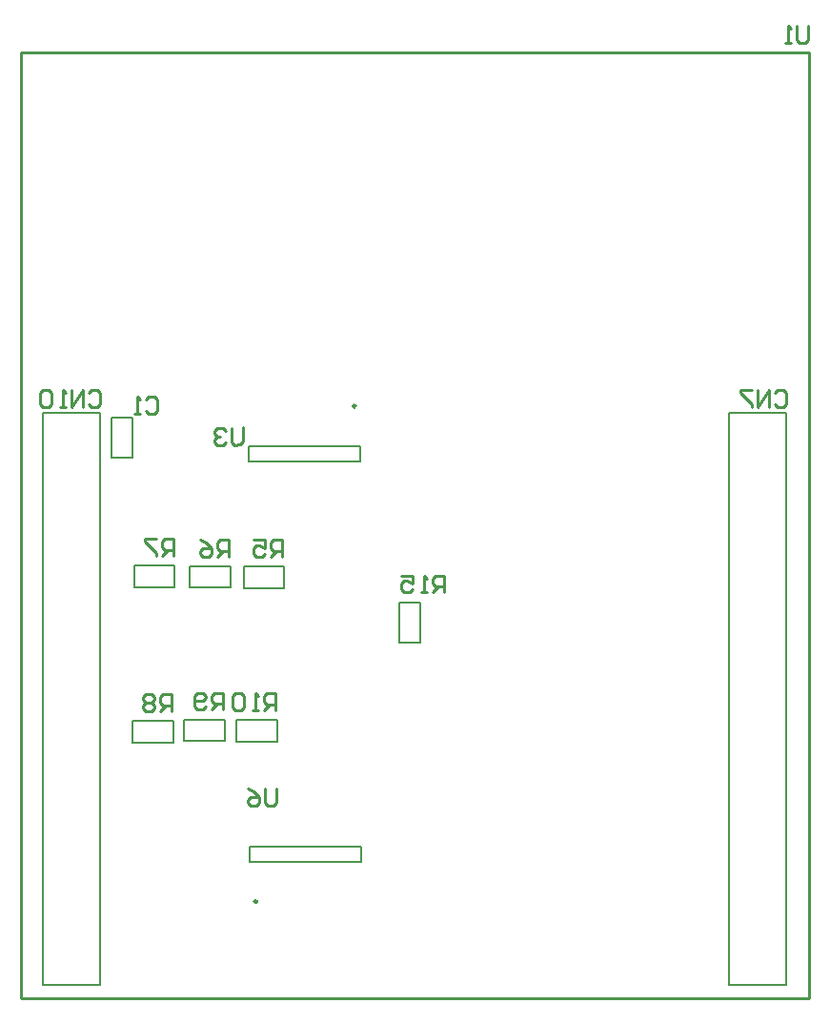
<source format=gbo>
G04*
G04 #@! TF.GenerationSoftware,Altium Limited,Altium Designer,24.2.2 (26)*
G04*
G04 Layer_Color=32896*
%FSLAX25Y25*%
%MOIN*%
G70*
G04*
G04 #@! TF.SameCoordinates,C094F21F-3D64-4DBD-B291-BB1914DD33BA*
G04*
G04*
G04 #@! TF.FilePolarity,Positive*
G04*
G01*
G75*
%ADD11C,0.00984*%
%ADD13C,0.01000*%
%ADD14C,0.00787*%
D11*
X121992Y43642D02*
G03*
X121992Y43642I-492J0D01*
G01*
X156492Y216934D02*
G03*
X156492Y216934I-492J0D01*
G01*
D13*
X315192Y9895D02*
Y340506D01*
X39503Y9895D02*
X315192D01*
X39503D02*
Y340506D01*
X315192D01*
X83100Y219199D02*
X84100Y220199D01*
X86099D01*
X87099Y219199D01*
Y215201D01*
X86099Y214201D01*
X84100D01*
X83100Y215201D01*
X81101Y214201D02*
X79101D01*
X80101D01*
Y220199D01*
X81101Y219199D01*
X63201Y221598D02*
X64201Y222598D01*
X66200D01*
X67200Y221598D01*
Y217600D01*
X66200Y216600D01*
X64201D01*
X63201Y217600D01*
X61202Y216600D02*
Y222598D01*
X57203Y216600D01*
Y222598D01*
X55204Y216600D02*
X53205D01*
X54204D01*
Y222598D01*
X55204Y221598D01*
X50205D02*
X49206Y222598D01*
X47207D01*
X46207Y221598D01*
Y217600D01*
X47207Y216600D01*
X49206D01*
X50205Y217600D01*
Y221598D01*
X303201D02*
X304201Y222598D01*
X306200D01*
X307200Y221598D01*
Y217600D01*
X306200Y216600D01*
X304201D01*
X303201Y217600D01*
X301202Y216600D02*
Y222598D01*
X297203Y216600D01*
Y222598D01*
X295204D02*
X291205D01*
Y221598D01*
X295204Y217600D01*
Y216600D01*
X117050Y209379D02*
X117130Y204381D01*
X116146Y203365D01*
X114147Y203333D01*
X113132Y204317D01*
X113051Y209315D01*
X111068Y208283D02*
X110053Y209267D01*
X108054Y209234D01*
X107070Y208219D01*
X107086Y207219D01*
X108102Y206236D01*
X109101Y206252D01*
X108102Y206236D01*
X107118Y205220D01*
X107134Y204221D01*
X108150Y203237D01*
X110149Y203269D01*
X111133Y204285D01*
X130900Y164100D02*
Y170098D01*
X127901D01*
X126901Y169098D01*
Y167099D01*
X127901Y166099D01*
X130900D01*
X128901D02*
X126901Y164100D01*
X120903Y170098D02*
X124902D01*
Y167099D01*
X122903Y168099D01*
X121903D01*
X120903Y167099D01*
Y165100D01*
X121903Y164100D01*
X123902D01*
X124902Y165100D01*
X128598Y83099D02*
Y78101D01*
X127599Y77101D01*
X125599D01*
X124600Y78101D01*
Y83099D01*
X118602D02*
X120601Y82099D01*
X122600Y80100D01*
Y78101D01*
X121601Y77101D01*
X119601D01*
X118602Y78101D01*
Y79100D01*
X119601Y80100D01*
X122600D01*
X187400Y151700D02*
Y157698D01*
X184401D01*
X183401Y156698D01*
Y154699D01*
X184401Y153699D01*
X187400D01*
X185401D02*
X183401Y151700D01*
X181402D02*
X179403D01*
X180402D01*
Y157698D01*
X181402Y156698D01*
X172405Y157698D02*
X176404D01*
Y154699D01*
X174404Y155699D01*
X173405D01*
X172405Y154699D01*
Y152700D01*
X173405Y151700D01*
X175404D01*
X176404Y152700D01*
X128500Y110500D02*
Y116498D01*
X125501D01*
X124501Y115498D01*
Y113499D01*
X125501Y112499D01*
X128500D01*
X126501D02*
X124501Y110500D01*
X122502D02*
X120503D01*
X121502D01*
Y116498D01*
X122502Y115498D01*
X117504D02*
X116504Y116498D01*
X114505D01*
X113505Y115498D01*
Y111500D01*
X114505Y110500D01*
X116504D01*
X117504Y111500D01*
Y115498D01*
X110100Y110700D02*
Y116698D01*
X107101D01*
X106101Y115698D01*
Y113699D01*
X107101Y112699D01*
X110100D01*
X108101D02*
X106101Y110700D01*
X104102Y111700D02*
X103102Y110700D01*
X101103D01*
X100103Y111700D01*
Y115698D01*
X101103Y116698D01*
X103102D01*
X104102Y115698D01*
Y114699D01*
X103102Y113699D01*
X100103D01*
X92100Y110200D02*
Y116198D01*
X89101D01*
X88101Y115198D01*
Y113199D01*
X89101Y112199D01*
X92100D01*
X90101D02*
X88101Y110200D01*
X86102Y115198D02*
X85102Y116198D01*
X83103D01*
X82103Y115198D01*
Y114199D01*
X83103Y113199D01*
X82103Y112199D01*
Y111200D01*
X83103Y110200D01*
X85102D01*
X86102Y111200D01*
Y112199D01*
X85102Y113199D01*
X86102Y114199D01*
Y115198D01*
X85102Y113199D02*
X83103D01*
X92600Y164500D02*
Y170498D01*
X89601D01*
X88601Y169498D01*
Y167499D01*
X89601Y166499D01*
X92600D01*
X90601D02*
X88601Y164500D01*
X86602Y170498D02*
X82603D01*
Y169498D01*
X86602Y165500D01*
Y164500D01*
X112100Y164300D02*
Y170298D01*
X109101D01*
X108101Y169298D01*
Y167299D01*
X109101Y166299D01*
X112100D01*
X110101D02*
X108101Y164300D01*
X102103Y170298D02*
X104103Y169298D01*
X106102Y167299D01*
Y165300D01*
X105102Y164300D01*
X103103D01*
X102103Y165300D01*
Y166299D01*
X103103Y167299D01*
X106102D01*
X314700Y349998D02*
Y345000D01*
X313700Y344000D01*
X311701D01*
X310701Y345000D01*
Y349998D01*
X308702Y344000D02*
X306703D01*
X307702D01*
Y349998D01*
X308702Y348998D01*
D14*
X78440Y198813D02*
Y212987D01*
X70960D02*
X78440D01*
X70960Y198813D02*
X78440D01*
X70960D02*
Y212987D01*
X119512Y57615D02*
Y62961D01*
X158488D01*
Y57615D02*
Y62961D01*
X119512Y57615D02*
X158488D01*
X119012Y202961D02*
X157988D01*
X119012Y197615D02*
Y202961D01*
Y197615D02*
X157988D01*
Y202961D01*
X171760Y134176D02*
X179240D01*
X171760D02*
Y148350D01*
X179240Y134176D02*
Y148350D01*
X171760D02*
X179240D01*
X114913Y99660D02*
Y107140D01*
X129087D01*
X114913Y99660D02*
X129087D01*
Y107140D01*
X96513Y99860D02*
Y107340D01*
X110687D01*
X96513Y99860D02*
X110687D01*
Y107340D01*
X78513Y99360D02*
Y106840D01*
X92687D01*
X78513Y99360D02*
X92687D01*
Y106840D01*
X47200Y14600D02*
X67200D01*
X47200Y214600D02*
X67200D01*
X47200Y14600D02*
Y214600D01*
X67200Y14600D02*
Y214600D01*
X287200Y14600D02*
X307200D01*
X287200Y214600D02*
X307200D01*
X287200Y14600D02*
Y214600D01*
X307200Y14600D02*
Y214600D01*
X131524Y153260D02*
Y160740D01*
X117350Y153260D02*
X131524D01*
X117350Y160740D02*
X131524D01*
X117350Y153260D02*
Y160740D01*
X98513Y153460D02*
Y160940D01*
X112687D01*
X98513Y153460D02*
X112687D01*
Y160940D01*
X78987Y153660D02*
Y161140D01*
X93161D01*
X78987Y153660D02*
X93161D01*
Y161140D01*
M02*

</source>
